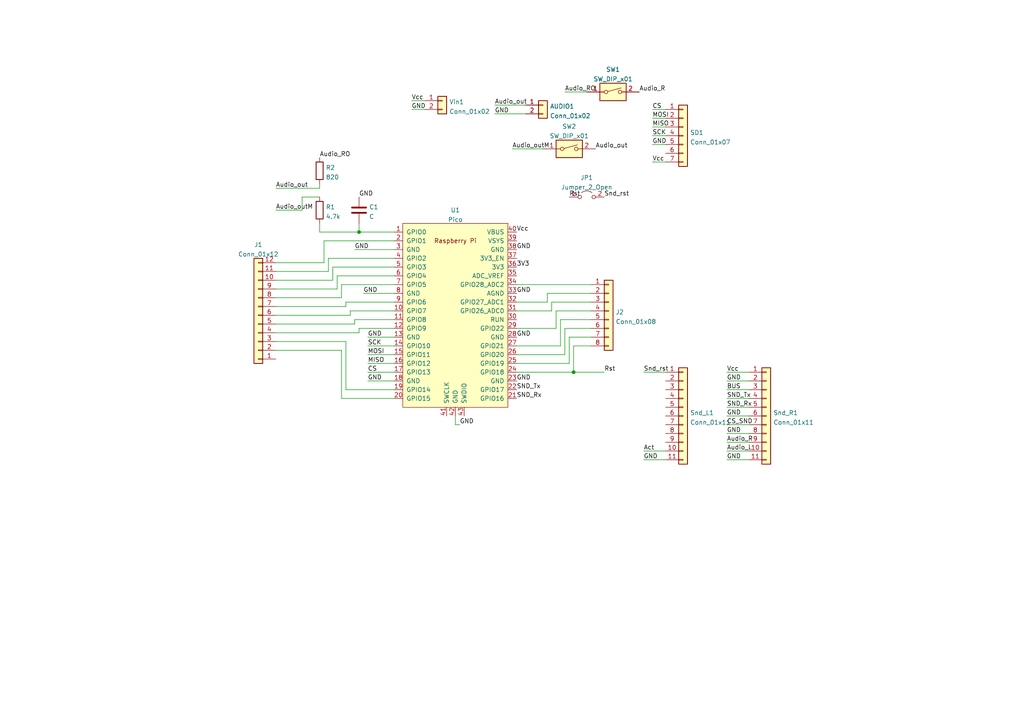
<source format=kicad_sch>
(kicad_sch (version 20211123) (generator eeschema)
  (paper "A4")
  (lib_symbols
    (symbol "Connector_Generic:Conn_01x02" (pin_names (offset 1.016) hide)
      (property "Reference" "J" (at 0 2.54 0))
      (property "Value" "Conn_01x02" (at 0 -5.08 0))
      (symbol "Conn_01x02_1_1"
        (rectangle (start -1.27 -2.413) (end 0 -2.667) (stroke (width 0.1524)))
        (rectangle (start -1.27 0.127) (end 0 -0.127) (stroke (width 0.1524)))
        (rectangle (start -1.27 1.27) (end 1.27 -3.81) (stroke (width 0.254)) (fill (type background)))
        (pin passive line (at -5.08 0 0) (length 3.81) (name "Pin_1") (number "1"))
        (pin passive line (at -5.08 -2.54 0) (length 3.81) (name "Pin_2") (number "2"))
      )
    )
    (symbol "Connector_Generic:Conn_01x07" (pin_names (offset 1.016) hide)
      (property "Reference" "J" (at 0 10.16 0))
      (property "Value" "Conn_01x07" (at 0 -10.16 0))
      (symbol "Conn_01x07_1_1"
        (rectangle (start -1.27 -7.493) (end 0 -7.747) (stroke (width 0.1524)))
        (rectangle (start -1.27 -4.953) (end 0 -5.207) (stroke (width 0.1524)))
        (rectangle (start -1.27 -2.413) (end 0 -2.667) (stroke (width 0.1524)))
        (rectangle (start -1.27 0.127) (end 0 -0.127) (stroke (width 0.1524)))
        (rectangle (start -1.27 2.667) (end 0 2.413) (stroke (width 0.1524)))
        (rectangle (start -1.27 5.207) (end 0 4.953) (stroke (width 0.1524)))
        (rectangle (start -1.27 7.747) (end 0 7.493) (stroke (width 0.1524)))
        (rectangle (start -1.27 8.89) (end 1.27 -8.89) (stroke (width 0.254)) (fill (type background)))
        (pin passive line (at -5.08 7.62 0) (length 3.81) (name "Pin_1") (number "1"))
        (pin passive line (at -5.08 5.08 0) (length 3.81) (name "Pin_2") (number "2"))
        (pin passive line (at -5.08 2.54 0) (length 3.81) (name "Pin_3") (number "3"))
        (pin passive line (at -5.08 0 0) (length 3.81) (name "Pin_4") (number "4"))
        (pin passive line (at -5.08 -2.54 0) (length 3.81) (name "Pin_5") (number "5"))
        (pin passive line (at -5.08 -5.08 0) (length 3.81) (name "Pin_6") (number "6"))
        (pin passive line (at -5.08 -7.62 0) (length 3.81) (name "Pin_7") (number "7"))
      )
    )
    (symbol "Connector_Generic:Conn_01x08" (pin_names (offset 1.016) hide)
      (property "Reference" "J" (at 0 10.16 0))
      (property "Value" "Conn_01x08" (at 0 -12.7 0))
      (symbol "Conn_01x08_1_1"
        (rectangle (start -1.27 -10.033) (end 0 -10.287) (stroke (width 0.1524)))
        (rectangle (start -1.27 -7.493) (end 0 -7.747) (stroke (width 0.1524)))
        (rectangle (start -1.27 -4.953) (end 0 -5.207) (stroke (width 0.1524)))
        (rectangle (start -1.27 -2.413) (end 0 -2.667) (stroke (width 0.1524)))
        (rectangle (start -1.27 0.127) (end 0 -0.127) (stroke (width 0.1524)))
        (rectangle (start -1.27 2.667) (end 0 2.413) (stroke (width 0.1524)))
        (rectangle (start -1.27 5.207) (end 0 4.953) (stroke (width 0.1524)))
        (rectangle (start -1.27 7.747) (end 0 7.493) (stroke (width 0.1524)))
        (rectangle (start -1.27 8.89) (end 1.27 -11.43) (stroke (width 0.254)) (fill (type background)))
        (pin passive line (at -5.08 7.62 0) (length 3.81) (name "Pin_1") (number "1"))
        (pin passive line (at -5.08 5.08 0) (length 3.81) (name "Pin_2") (number "2"))
        (pin passive line (at -5.08 2.54 0) (length 3.81) (name "Pin_3") (number "3"))
        (pin passive line (at -5.08 0 0) (length 3.81) (name "Pin_4") (number "4"))
        (pin passive line (at -5.08 -2.54 0) (length 3.81) (name "Pin_5") (number "5"))
        (pin passive line (at -5.08 -5.08 0) (length 3.81) (name "Pin_6") (number "6"))
        (pin passive line (at -5.08 -7.62 0) (length 3.81) (name "Pin_7") (number "7"))
        (pin passive line (at -5.08 -10.16 0) (length 3.81) (name "Pin_8") (number "8"))
      )
    )
    (symbol "Connector_Generic:Conn_01x11" (pin_names (offset 1.016) hide)
      (property "Reference" "J" (at 0 15.24 0))
      (property "Value" "Conn_01x11" (at 0 -15.24 0))
      (symbol "Conn_01x11_1_1"
        (rectangle (start -1.27 -12.573) (end 0 -12.827) (stroke (width 0.1524)))
        (rectangle (start -1.27 -10.033) (end 0 -10.287) (stroke (width 0.1524)))
        (rectangle (start -1.27 -7.493) (end 0 -7.747) (stroke (width 0.1524)))
        (rectangle (start -1.27 -4.953) (end 0 -5.207) (stroke (width 0.1524)))
        (rectangle (start -1.27 -2.413) (end 0 -2.667) (stroke (width 0.1524)))
        (rectangle (start -1.27 0.127) (end 0 -0.127) (stroke (width 0.1524)))
        (rectangle (start -1.27 2.667) (end 0 2.413) (stroke (width 0.1524)))
        (rectangle (start -1.27 5.207) (end 0 4.953) (stroke (width 0.1524)))
        (rectangle (start -1.27 7.747) (end 0 7.493) (stroke (width 0.1524)))
        (rectangle (start -1.27 10.287) (end 0 10.033) (stroke (width 0.1524)))
        (rectangle (start -1.27 12.827) (end 0 12.573) (stroke (width 0.1524)))
        (rectangle (start -1.27 13.97) (end 1.27 -13.97) (stroke (width 0.254)) (fill (type background)))
        (pin passive line (at -5.08 12.7 0) (length 3.81) (name "Pin_1") (number "1"))
        (pin passive line (at -5.08 -10.16 0) (length 3.81) (name "Pin_10") (number "10"))
        (pin passive line (at -5.08 -12.7 0) (length 3.81) (name "Pin_11") (number "11"))
        (pin passive line (at -5.08 10.16 0) (length 3.81) (name "Pin_2") (number "2"))
        (pin passive line (at -5.08 7.62 0) (length 3.81) (name "Pin_3") (number "3"))
        (pin passive line (at -5.08 5.08 0) (length 3.81) (name "Pin_4") (number "4"))
        (pin passive line (at -5.08 2.54 0) (length 3.81) (name "Pin_5") (number "5"))
        (pin passive line (at -5.08 0 0) (length 3.81) (name "Pin_6") (number "6"))
        (pin passive line (at -5.08 -2.54 0) (length 3.81) (name "Pin_7") (number "7"))
        (pin passive line (at -5.08 -5.08 0) (length 3.81) (name "Pin_8") (number "8"))
        (pin passive line (at -5.08 -7.62 0) (length 3.81) (name "Pin_9") (number "9"))
      )
    )
    (symbol "Connector_Generic:Conn_01x12" (pin_names (offset 1.016) hide)
      (property "Reference" "J" (at 0 15.24 0))
      (property "Value" "Conn_01x12" (at 0 -17.78 0))
      (symbol "Conn_01x12_1_1"
        (rectangle (start -1.27 -15.113) (end 0 -15.367) (stroke (width 0.1524)))
        (rectangle (start -1.27 -12.573) (end 0 -12.827) (stroke (width 0.1524)))
        (rectangle (start -1.27 -10.033) (end 0 -10.287) (stroke (width 0.1524)))
        (rectangle (start -1.27 -7.493) (end 0 -7.747) (stroke (width 0.1524)))
        (rectangle (start -1.27 -4.953) (end 0 -5.207) (stroke (width 0.1524)))
        (rectangle (start -1.27 -2.413) (end 0 -2.667) (stroke (width 0.1524)))
        (rectangle (start -1.27 0.127) (end 0 -0.127) (stroke (width 0.1524)))
        (rectangle (start -1.27 2.667) (end 0 2.413) (stroke (width 0.1524)))
        (rectangle (start -1.27 5.207) (end 0 4.953) (stroke (width 0.1524)))
        (rectangle (start -1.27 7.747) (end 0 7.493) (stroke (width 0.1524)))
        (rectangle (start -1.27 10.287) (end 0 10.033) (stroke (width 0.1524)))
        (rectangle (start -1.27 12.827) (end 0 12.573) (stroke (width 0.1524)))
        (rectangle (start -1.27 13.97) (end 1.27 -16.51) (stroke (width 0.254)) (fill (type background)))
        (pin passive line (at -5.08 12.7 0) (length 3.81) (name "Pin_1") (number "1"))
        (pin passive line (at -5.08 -10.16 0) (length 3.81) (name "Pin_10") (number "10"))
        (pin passive line (at -5.08 -12.7 0) (length 3.81) (name "Pin_11") (number "11"))
        (pin passive line (at -5.08 -15.24 0) (length 3.81) (name "Pin_12") (number "12"))
        (pin passive line (at -5.08 10.16 0) (length 3.81) (name "Pin_2") (number "2"))
        (pin passive line (at -5.08 7.62 0) (length 3.81) (name "Pin_3") (number "3"))
        (pin passive line (at -5.08 5.08 0) (length 3.81) (name "Pin_4") (number "4"))
        (pin passive line (at -5.08 2.54 0) (length 3.81) (name "Pin_5") (number "5"))
        (pin passive line (at -5.08 0 0) (length 3.81) (name "Pin_6") (number "6"))
        (pin passive line (at -5.08 -2.54 0) (length 3.81) (name "Pin_7") (number "7"))
        (pin passive line (at -5.08 -5.08 0) (length 3.81) (name "Pin_8") (number "8"))
        (pin passive line (at -5.08 -7.62 0) (length 3.81) (name "Pin_9") (number "9"))
      )
    )
    (symbol "Device:C" (pin_numbers hide) (pin_names (offset 0.254))
      (property "Reference" "C" (at 0.635 2.54 0))
      (property "Value" "C" (at 0.635 -2.54 0))
      (symbol "C_0_1"
        (polyline (pts (xy -2.032 -0.762) (xy 2.032 -0.762)) (stroke (width 0.508)))
        (polyline (pts (xy -2.032 0.762) (xy 2.032 0.762)) (stroke (width 0.508)))
      )
      (symbol "C_1_1"
        (pin passive line (at 0 3.81 270) (length 2.794) (name "~") (number "1"))
        (pin passive line (at 0 -3.81 90) (length 2.794) (name "~") (number "2"))
      )
    )
    (symbol "Device:R" (pin_numbers hide) (pin_names (offset 0))
      (property "Reference" "R" (at 2.032 0 90))
      (property "Value" "R" (at 0 0 90))
      (symbol "R_0_1"
        (rectangle (start -1.016 -2.54) (end 1.016 2.54) (stroke (width 0.254)))
      )
      (symbol "R_1_1"
        (pin passive line (at 0 3.81 270) (length 1.27) (name "~") (number "1"))
        (pin passive line (at 0 -3.81 90) (length 1.27) (name "~") (number "2"))
      )
    )
    (symbol "Jumper:Jumper_2_Open" (pin_names (offset 0) hide)
      (property "Reference" "JP" (at 0 2.794 0))
      (property "Value" "Jumper_2_Open" (at 0 -2.286 0))
      (symbol "Jumper_2_Open_0_0"
        (circle (center -2.032 0) (radius 0.508))
        (circle (center 2.032 0) (radius 0.508))
      )
      (symbol "Jumper_2_Open_0_1"
        (arc (start 1.524 1.27) (mid 0 1.778) (end -1.524 1.27))
      )
      (symbol "Jumper_2_Open_1_1"
        (pin passive line (at -5.08 0 0) (length 2.54) (name "A") (number "1"))
        (pin passive line (at 5.08 0 180) (length 2.54) (name "B") (number "2"))
      )
    )
    (symbol "Raspberry-Pi:Pico" (pin_names (offset 1.016))
      (property "Reference" "U" (at -13.97 27.94 0))
      (property "Value" "Pico" (at 0 19.05 0))
      (symbol "Pico_0_0"
        (text "Raspberry Pi" (at 0 21.59 0) (effects (font (size 1.27 1.27))))
      )
      (symbol "Pico_0_1"
        (rectangle (start -15.24 26.67) (end 15.24 -26.67) (fill (type background)))
      )
      (symbol "Pico_1_1"
        (pin bidirectional line (at -17.78 24.13 0) (length 2.54) (name "GPIO0") (number "1"))
        (pin bidirectional line (at -17.78 1.27 0) (length 2.54) (name "GPIO7") (number "10"))
        (pin bidirectional line (at -17.78 -1.27 0) (length 2.54) (name "GPIO8") (number "11"))
        (pin bidirectional line (at -17.78 -3.81 0) (length 2.54) (name "GPIO9") (number "12"))
        (pin power_in line (at -17.78 -6.35 0) (length 2.54) (name "GND") (number "13"))
        (pin bidirectional line (at -17.78 -8.89 0) (length 2.54) (name "GPIO10") (number "14"))
        (pin bidirectional line (at -17.78 -11.43 0) (length 2.54) (name "GPIO11") (number "15"))
        (pin bidirectional line (at -17.78 -13.97 0) (length 2.54) (name "GPIO12") (number "16"))
        (pin bidirectional line (at -17.78 -16.51 0) (length 2.54) (name "GPIO13") (number "17"))
        (pin power_in line (at -17.78 -19.05 0) (length 2.54) (name "GND") (number "18"))
        (pin bidirectional line (at -17.78 -21.59 0) (length 2.54) (name "GPIO14") (number "19"))
        (pin bidirectional line (at -17.78 21.59 0) (length 2.54) (name "GPIO1") (number "2"))
        (pin bidirectional line (at -17.78 -24.13 0) (length 2.54) (name "GPIO15") (number "20"))
        (pin bidirectional line (at 17.78 -24.13 180) (length 2.54) (name "GPIO16") (number "21"))
        (pin bidirectional line (at 17.78 -21.59 180) (length 2.54) (name "GPIO17") (number "22"))
        (pin power_in line (at 17.78 -19.05 180) (length 2.54) (name "GND") (number "23"))
        (pin bidirectional line (at 17.78 -16.51 180) (length 2.54) (name "GPIO18") (number "24"))
        (pin bidirectional line (at 17.78 -13.97 180) (length 2.54) (name "GPIO19") (number "25"))
        (pin bidirectional line (at 17.78 -11.43 180) (length 2.54) (name "GPIO20") (number "26"))
        (pin bidirectional line (at 17.78 -8.89 180) (length 2.54) (name "GPIO21") (number "27"))
        (pin power_in line (at 17.78 -6.35 180) (length 2.54) (name "GND") (number "28"))
        (pin bidirectional line (at 17.78 -3.81 180) (length 2.54) (name "GPIO22") (number "29"))
        (pin power_in line (at -17.78 19.05 0) (length 2.54) (name "GND") (number "3"))
        (pin input line (at 17.78 -1.27 180) (length 2.54) (name "RUN") (number "30"))
        (pin bidirectional line (at 17.78 1.27 180) (length 2.54) (name "GPIO26_ADC0") (number "31"))
        (pin bidirectional line (at 17.78 3.81 180) (length 2.54) (name "GPIO27_ADC1") (number "32"))
        (pin power_in line (at 17.78 6.35 180) (length 2.54) (name "AGND") (number "33"))
        (pin bidirectional line (at 17.78 8.89 180) (length 2.54) (name "GPIO28_ADC2") (number "34"))
        (pin unspecified line (at 17.78 11.43 180) (length 2.54) (name "ADC_VREF") (number "35"))
        (pin unspecified line (at 17.78 13.97 180) (length 2.54) (name "3V3") (number "36"))
        (pin input line (at 17.78 16.51 180) (length 2.54) (name "3V3_EN") (number "37"))
        (pin bidirectional line (at 17.78 19.05 180) (length 2.54) (name "GND") (number "38"))
        (pin unspecified line (at 17.78 21.59 180) (length 2.54) (name "VSYS") (number "39"))
        (pin bidirectional line (at -17.78 16.51 0) (length 2.54) (name "GPIO2") (number "4"))
        (pin unspecified line (at 17.78 24.13 180) (length 2.54) (name "VBUS") (number "40"))
        (pin input line (at -2.54 -29.21 90) (length 2.54) (name "SWCLK") (number "41"))
        (pin power_in line (at 0 -29.21 90) (length 2.54) (name "GND") (number "42"))
        (pin bidirectional line (at 2.54 -29.21 90) (length 2.54) (name "SWDIO") (number "43"))
        (pin bidirectional line (at -17.78 13.97 0) (length 2.54) (name "GPIO3") (number "5"))
        (pin bidirectional line (at -17.78 11.43 0) (length 2.54) (name "GPIO4") (number "6"))
        (pin bidirectional line (at -17.78 8.89 0) (length 2.54) (name "GPIO5") (number "7"))
        (pin power_in line (at -17.78 6.35 0) (length 2.54) (name "GND") (number "8"))
        (pin bidirectional line (at -17.78 3.81 0) (length 2.54) (name "GPIO6") (number "9"))
      )
    )
    (symbol "Switch:SW_DIP_x01" (pin_names (offset 0) hide)
      (property "Reference" "SW" (at 0 3.81 0))
      (property "Value" "SW_DIP_x01" (at 0 -3.81 0))
      (symbol "SW_DIP_x01_0_0"
        (circle (center -2.032 0) (radius 0.508))
        (polyline (pts (xy -1.524 0.127) (xy 2.3622 1.1684)))
        (circle (center 2.032 0) (radius 0.508))
      )
      (symbol "SW_DIP_x01_0_1"
        (rectangle (start -3.81 2.54) (end 3.81 -2.54) (stroke (width 0.254)) (fill (type background)))
      )
      (symbol "SW_DIP_x01_1_1"
        (pin passive line (at -7.62 0 0) (length 5.08) (name "~") (number "1"))
        (pin passive line (at 7.62 0 180) (length 5.08) (name "~") (number "2"))
      )
    )
  )
  (junction (at 166.37 107.95))
  (junction (at 104.14 67.31))
  (wire (pts (xy 149.86 87.63) (xy 158.75 87.63)))
  (wire (pts (xy 210.82 125.73) (xy 217.17 125.73)))
  (wire (pts (xy 96.52 77.47) (xy 114.3 77.47)))
  (wire (pts (xy 97.79 83.82) (xy 97.79 80.01)))
  (wire (pts (xy 102.87 93.98) (xy 102.87 92.71)))
  (wire (pts (xy 148.59 43.18) (xy 157.48 43.18)))
  (wire (pts (xy 165.1 97.79) (xy 171.45 97.79)))
  (wire (pts (xy 96.52 81.28) (xy 96.52 77.47)))
  (wire (pts (xy 162.56 92.71) (xy 171.45 92.71)))
  (wire (pts (xy 100.33 113.03) (xy 114.3 113.03)))
  (wire (pts (xy 171.45 100.33) (xy 166.37 100.33)))
  (wire (pts (xy 101.6 90.17) (xy 114.3 90.17)))
  (wire (pts (xy 189.23 46.99) (xy 193.04 46.99)))
  (wire (pts (xy 87.63 57.15) (xy 87.63 60.96)))
  (wire (pts (xy 149.86 95.25) (xy 161.29 95.25)))
  (wire (pts (xy 210.82 133.35) (xy 217.17 133.35)))
  (wire (pts (xy 105.41 85.09) (xy 114.3 85.09)))
  (wire (pts (xy 210.82 123.19) (xy 217.17 123.19)))
  (wire (pts (xy 80.01 101.6) (xy 99.06 101.6)))
  (wire (pts (xy 95.25 78.74) (xy 95.25 74.93)))
  (wire (pts (xy 166.37 100.33) (xy 166.37 107.95)))
  (wire (pts (xy 102.87 72.39) (xy 114.3 72.39)))
  (wire (pts (xy 106.68 102.87) (xy 114.3 102.87)))
  (wire (pts (xy 100.33 87.63) (xy 114.3 87.63)))
  (wire (pts (xy 106.68 100.33) (xy 114.3 100.33)))
  (wire (pts (xy 93.98 69.85) (xy 114.3 69.85)))
  (wire (pts (xy 210.82 107.95) (xy 217.17 107.95)))
  (wire (pts (xy 80.01 54.61) (xy 92.71 54.61)))
  (wire (pts (xy 104.14 96.52) (xy 104.14 95.25)))
  (wire (pts (xy 160.02 90.17) (xy 160.02 87.63)))
  (wire (pts (xy 132.08 120.65) (xy 132.08 123.19)))
  (wire (pts (xy 149.86 105.41) (xy 165.1 105.41)))
  (wire (pts (xy 210.82 113.03) (xy 217.17 113.03)))
  (wire (pts (xy 165.1 105.41) (xy 165.1 97.79)))
  (wire (pts (xy 106.68 105.41) (xy 114.3 105.41)))
  (wire (pts (xy 210.82 115.57) (xy 217.17 115.57)))
  (wire (pts (xy 189.23 34.29) (xy 193.04 34.29)))
  (wire (pts (xy 166.37 107.95) (xy 149.86 107.95)))
  (wire (pts (xy 95.25 74.93) (xy 114.3 74.93)))
  (wire (pts (xy 163.83 95.25) (xy 171.45 95.25)))
  (wire (pts (xy 101.6 91.44) (xy 101.6 90.17)))
  (wire (pts (xy 106.68 97.79) (xy 114.3 97.79)))
  (wire (pts (xy 80.01 99.06) (xy 100.33 99.06)))
  (wire (pts (xy 106.68 110.49) (xy 114.3 110.49)))
  (wire (pts (xy 149.86 82.55) (xy 171.45 82.55)))
  (wire (pts (xy 104.14 67.31) (xy 92.71 67.31)))
  (wire (pts (xy 99.06 101.6) (xy 99.06 115.57)))
  (wire (pts (xy 80.01 60.96) (xy 87.63 60.96)))
  (wire (pts (xy 162.56 100.33) (xy 162.56 92.71)))
  (wire (pts (xy 106.68 107.95) (xy 114.3 107.95)))
  (wire (pts (xy 80.01 81.28) (xy 96.52 81.28)))
  (wire (pts (xy 132.08 123.19) (xy 133.35 123.19)))
  (wire (pts (xy 99.06 86.36) (xy 99.06 82.55)))
  (wire (pts (xy 80.01 96.52) (xy 104.14 96.52)))
  (wire (pts (xy 210.82 110.49) (xy 217.17 110.49)))
  (wire (pts (xy 100.33 88.9) (xy 100.33 87.63)))
  (wire (pts (xy 80.01 86.36) (xy 99.06 86.36)))
  (wire (pts (xy 143.51 33.02) (xy 152.4 33.02)))
  (wire (pts (xy 189.23 39.37) (xy 193.04 39.37)))
  (wire (pts (xy 189.23 31.75) (xy 193.04 31.75)))
  (wire (pts (xy 93.98 76.2) (xy 93.98 69.85)))
  (wire (pts (xy 114.3 67.31) (xy 104.14 67.31)))
  (wire (pts (xy 163.83 26.67) (xy 170.18 26.67)))
  (wire (pts (xy 149.86 90.17) (xy 160.02 90.17)))
  (wire (pts (xy 102.87 92.71) (xy 114.3 92.71)))
  (wire (pts (xy 104.14 64.77) (xy 104.14 67.31)))
  (wire (pts (xy 210.82 118.11) (xy 217.17 118.11)))
  (wire (pts (xy 80.01 93.98) (xy 102.87 93.98)))
  (wire (pts (xy 92.71 57.15) (xy 87.63 57.15)))
  (wire (pts (xy 80.01 78.74) (xy 95.25 78.74)))
  (wire (pts (xy 158.75 87.63) (xy 158.75 85.09)))
  (wire (pts (xy 210.82 130.81) (xy 217.17 130.81)))
  (wire (pts (xy 160.02 87.63) (xy 171.45 87.63)))
  (wire (pts (xy 97.79 80.01) (xy 114.3 80.01)))
  (wire (pts (xy 210.82 128.27) (xy 217.17 128.27)))
  (wire (pts (xy 161.29 95.25) (xy 161.29 90.17)))
  (wire (pts (xy 99.06 115.57) (xy 114.3 115.57)))
  (wire (pts (xy 92.71 67.31) (xy 92.71 64.77)))
  (wire (pts (xy 92.71 54.61) (xy 92.71 53.34)))
  (wire (pts (xy 104.14 95.25) (xy 114.3 95.25)))
  (wire (pts (xy 99.06 82.55) (xy 114.3 82.55)))
  (wire (pts (xy 186.69 107.95) (xy 193.04 107.95)))
  (wire (pts (xy 100.33 99.06) (xy 100.33 113.03)))
  (wire (pts (xy 80.01 83.82) (xy 97.79 83.82)))
  (wire (pts (xy 80.01 91.44) (xy 101.6 91.44)))
  (wire (pts (xy 189.23 36.83) (xy 193.04 36.83)))
  (wire (pts (xy 143.51 30.48) (xy 152.4 30.48)))
  (wire (pts (xy 149.86 100.33) (xy 162.56 100.33)))
  (wire (pts (xy 163.83 102.87) (xy 163.83 95.25)))
  (wire (pts (xy 186.69 130.81) (xy 193.04 130.81)))
  (wire (pts (xy 189.23 41.91) (xy 193.04 41.91)))
  (wire (pts (xy 186.69 133.35) (xy 193.04 133.35)))
  (wire (pts (xy 80.01 88.9) (xy 100.33 88.9)))
  (wire (pts (xy 158.75 85.09) (xy 171.45 85.09)))
  (wire (pts (xy 80.01 76.2) (xy 93.98 76.2)))
  (wire (pts (xy 210.82 120.65) (xy 217.17 120.65)))
  (wire (pts (xy 175.26 107.95) (xy 166.37 107.95)))
  (wire (pts (xy 119.38 31.75) (xy 123.19 31.75)))
  (wire (pts (xy 119.38 29.21) (xy 123.19 29.21)))
  (wire (pts (xy 149.86 102.87) (xy 163.83 102.87)))
  (wire (pts (xy 161.29 90.17) (xy 171.45 90.17)))
  (label "GND" (at 119.38 31.75 0))
  (label "Act" (at 186.69 130.81 0))
  (label "GND" (at 149.86 85.09 0))
  (label "MISO" (at 189.23 36.83 0))
  (label "Audio_R" (at 185.42 26.67 0))
  (label "Rst" (at 175.26 107.95 0))
  (label "SND_Rx" (at 210.82 118.11 0))
  (label "SND_Tx" (at 149.86 113.03 0))
  (label "GND" (at 149.86 110.49 0))
  (label "SND_Rx" (at 149.86 115.57 0))
  (label "Vcc" (at 210.82 107.95 0))
  (label "GND" (at 133.35 123.19 0))
  (label "BUS" (at 210.82 113.03 0))
  (label "3V3" (at 149.86 77.47 0))
  (label "Snd_rst" (at 175.26 57.15 0))
  (label "SCK" (at 189.23 39.37 0))
  (label "Snd_rst" (at 186.69 107.95 0))
  (label "CS" (at 189.23 31.75 0))
  (label "GND" (at 102.87 72.39 0))
  (label "MISO" (at 106.68 105.41 0))
  (label "GND" (at 189.23 41.91 0))
  (label "SCK" (at 106.68 100.33 0))
  (label "GND" (at 105.41 85.09 0))
  (label "Audio_outM" (at 80.01 60.96 0))
  (label "GND" (at 210.82 133.35 0))
  (label "SND_Tx" (at 210.82 115.57 0))
  (label "GND" (at 149.86 97.79 0))
  (label "Audio_L" (at 210.82 130.81 0))
  (label "GND" (at 186.69 133.35 0))
  (label "Vcc" (at 149.86 67.31 0))
  (label "Audio_out" (at 172.72 43.18 0))
  (label "GND" (at 104.14 57.15 0))
  (label "Rst" (at 165.1 57.15 0))
  (label "CS_SND" (at 210.82 123.19 0))
  (label "GND" (at 210.82 120.65 0))
  (label "Vcc" (at 189.23 46.99 0))
  (label "Vcc" (at 119.38 29.21 0))
  (label "GND" (at 210.82 125.73 0))
  (label "Audio_out" (at 80.01 54.61 0))
  (label "Audio_outM" (at 148.59 43.18 0))
  (label "Audio_RO" (at 163.83 26.67 0))
  (label "GND" (at 143.51 33.02 0))
  (label "Audio_out" (at 143.51 30.48 0))
  (label "MOSI" (at 106.68 102.87 0))
  (label "MOSI" (at 189.23 34.29 0))
  (label "GND" (at 106.68 110.49 0))
  (label "Audio_R" (at 210.82 128.27 0))
  (label "Audio_RO" (at 92.71 45.72 0))
  (label "GND" (at 106.68 97.79 0))
  (label "GND" (at 149.86 72.39 0))
  (label "CS" (at 106.68 107.95 0))
  (label "GND" (at 210.82 110.49 0))
  (symbol (lib_id "Raspberry-Pi:Pico") (at 132.08 91.44 0) (unit 1)
    (property "Reference" "U1" (at 132.08 60.9305 0))
    (property "Value" "Pico" (at 132.08 63.7056 0))
    (property "Footprint" "Pi-Pico:RPi_Pico_SMD_TH" (effects hide))
  )
  (symbol (lib_id "Connector_Generic:Conn_01x08") (at 176.53 90.17 0) (unit 1)
    (property "Reference" "J2" (at 178.562 90.5315 0) (effects (justify left)))
    (property "Value" "Conn_01x08" (at 178.562 93.3066 0) (effects (justify left)))
    (property "Footprint" "Connector_PinHeader_2.54mm:PinHeader_1x08_P2.54mm_Vertical" (effects hide))
  )
  (symbol (lib_id "Switch:SW_DIP_x01") (at 165.1 43.18 0) (unit 1)
    (property "Reference" "SW2" (at 165.1 36.6735 0))
    (property "Value" "SW_DIP_x01" (at 165.1 39.4486 0))
    (property "Footprint" "TerminalBlock_4Ucon:TerminalBlock_4Ucon_1x02_P3.50mm_Horizontal" (effects hide))
  )
  (symbol (lib_id "Connector_Generic:Conn_01x11") (at 222.25 120.65 0) (unit 1)
    (property "Reference" "Snd_R1" (at 224.282 119.7415 0) (effects (justify left)))
    (property "Value" "Conn_01x11" (at 224.282 122.5166 0) (effects (justify left)))
    (property "Footprint" "Connector_PinHeader_2.54mm:PinHeader_1x11_P2.54mm_Vertical" (effects hide))
  )
  (symbol (lib_id "Device:R") (at 92.71 60.96 0) (unit 1)
    (property "Reference" "R1" (at 94.488 60.0515 0) (effects (justify left)))
    (property "Value" "4.7k" (at 94.488 62.8266 0) (effects (justify left)))
    (property "Footprint" "Resistor_THT:R_Axial_DIN0309_L9.0mm_D3.2mm_P15.24mm_Horizontal" (effects hide))
  )
  (symbol (lib_id "Connector_Generic:Conn_01x12") (at 74.93 91.44 180) (unit 1)
    (property "Reference" "J1" (at 74.93 70.9635 0))
    (property "Value" "Conn_01x12" (at 74.93 73.7386 0))
    (property "Footprint" "Connector_PinHeader_2.54mm:PinHeader_1x12_P2.54mm_Vertical" (effects hide))
  )
  (symbol (lib_id "Device:C") (at 104.14 60.96 0) (unit 1)
    (property "Reference" "C1" (at 107.061 60.0515 0) (effects (justify left)))
    (property "Value" "C" (at 107.061 62.8266 0) (effects (justify left)))
    (property "Footprint" "Capacitor_THT:C_Disc_D7.5mm_W4.4mm_P5.00mm" (effects hide))
  )
  (symbol (lib_id "Switch:SW_DIP_x01") (at 177.8 26.67 0) (unit 1)
    (property "Reference" "SW1" (at 177.8 20.1635 0))
    (property "Value" "SW_DIP_x01" (at 177.8 22.9386 0))
    (property "Footprint" "TerminalBlock_4Ucon:TerminalBlock_4Ucon_1x02_P3.50mm_Horizontal" (effects hide))
  )
  (symbol (lib_id "Connector_Generic:Conn_01x07") (at 198.12 39.37 0) (unit 1)
    (property "Reference" "SD1" (at 200.152 38.4615 0) (effects (justify left)))
    (property "Value" "Conn_01x07" (at 200.152 41.2366 0) (effects (justify left)))
    (property "Footprint" "Connector_PinHeader_2.54mm:PinHeader_1x07_P2.54mm_Vertical" (effects hide))
  )
  (symbol (lib_id "Device:R") (at 92.71 49.53 0) (unit 1)
    (property "Reference" "R2" (at 94.488 48.6215 0) (effects (justify left)))
    (property "Value" "820" (at 94.488 51.3966 0) (effects (justify left)))
    (property "Footprint" "Resistor_THT:R_Axial_DIN0309_L9.0mm_D3.2mm_P15.24mm_Horizontal" (effects hide))
  )
  (symbol (lib_id "Connector_Generic:Conn_01x11") (at 198.12 120.65 0) (unit 1)
    (property "Reference" "Snd_L1" (at 200.152 119.7415 0) (effects (justify left)))
    (property "Value" "Conn_01x11" (at 200.152 122.5166 0) (effects (justify left)))
    (property "Footprint" "Connector_PinHeader_2.54mm:PinHeader_1x11_P2.54mm_Vertical" (effects hide))
  )
  (symbol (lib_id "Connector_Generic:Conn_01x02") (at 157.48 30.48 0) (unit 1)
    (property "Reference" "AUDIO1" (at 159.512 30.8415 0) (effects (justify left)))
    (property "Value" "Conn_01x02" (at 159.512 33.6166 0) (effects (justify left)))
    (property "Footprint" "TerminalBlock_4Ucon:TerminalBlock_4Ucon_1x02_P3.50mm_Horizontal" (effects hide))
  )
  (symbol (lib_id "Connector_Generic:Conn_01x02") (at 128.27 29.21 0) (unit 1)
    (property "Reference" "Vin1" (at 130.302 29.5715 0) (effects (justify left)))
    (property "Value" "Conn_01x02" (at 130.302 32.3466 0) (effects (justify left)))
    (property "Footprint" "TerminalBlock_4Ucon:TerminalBlock_4Ucon_1x02_P3.50mm_Horizontal" (effects hide))
  )
  (symbol (lib_id "Jumper:Jumper_2_Open") (at 170.18 57.15 0) (unit 1)
    (property "Reference" "JP1" (at 170.18 51.5325 0))
    (property "Value" "Jumper_2_Open" (at 170.18 54.3076 0))
    (property "Footprint" "Connector_PinHeader_2.54mm:PinHeader_1x02_P2.54mm_Vertical" (effects hide))
  )
)
</source>
